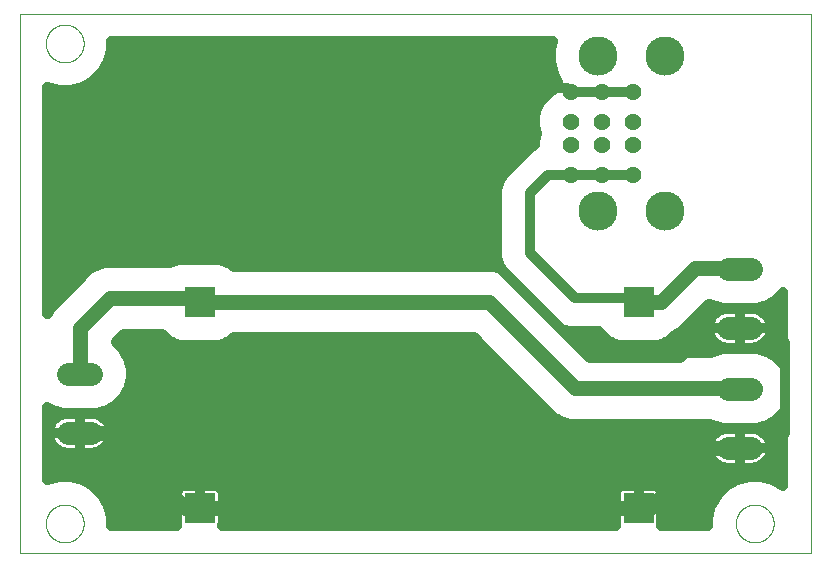
<source format=gbl>
G75*
%MOIN*%
%OFA0B0*%
%FSLAX25Y25*%
%IPPOS*%
%LPD*%
%AMOC8*
5,1,8,0,0,1.08239X$1,22.5*
%
%ADD10C,0.00000*%
%ADD11R,0.10000X0.10000*%
%ADD12C,0.07800*%
%ADD13C,0.13055*%
%ADD14C,0.05622*%
%ADD15C,0.05000*%
%ADD16C,0.03200*%
D10*
X0005833Y0002600D02*
X0005833Y0182561D01*
X0269534Y0182561D01*
X0269534Y0002600D01*
X0005833Y0002600D01*
X0014534Y0012600D02*
X0014536Y0012758D01*
X0014542Y0012916D01*
X0014552Y0013074D01*
X0014566Y0013232D01*
X0014584Y0013389D01*
X0014605Y0013546D01*
X0014631Y0013702D01*
X0014661Y0013858D01*
X0014694Y0014013D01*
X0014732Y0014166D01*
X0014773Y0014319D01*
X0014818Y0014471D01*
X0014867Y0014622D01*
X0014920Y0014771D01*
X0014976Y0014919D01*
X0015036Y0015065D01*
X0015100Y0015210D01*
X0015168Y0015353D01*
X0015239Y0015495D01*
X0015313Y0015635D01*
X0015391Y0015772D01*
X0015473Y0015908D01*
X0015557Y0016042D01*
X0015646Y0016173D01*
X0015737Y0016302D01*
X0015832Y0016429D01*
X0015929Y0016554D01*
X0016030Y0016676D01*
X0016134Y0016795D01*
X0016241Y0016912D01*
X0016351Y0017026D01*
X0016464Y0017137D01*
X0016579Y0017246D01*
X0016697Y0017351D01*
X0016818Y0017453D01*
X0016941Y0017553D01*
X0017067Y0017649D01*
X0017195Y0017742D01*
X0017325Y0017832D01*
X0017458Y0017918D01*
X0017593Y0018002D01*
X0017729Y0018081D01*
X0017868Y0018158D01*
X0018009Y0018230D01*
X0018151Y0018300D01*
X0018295Y0018365D01*
X0018441Y0018427D01*
X0018588Y0018485D01*
X0018737Y0018540D01*
X0018887Y0018591D01*
X0019038Y0018638D01*
X0019190Y0018681D01*
X0019343Y0018720D01*
X0019498Y0018756D01*
X0019653Y0018787D01*
X0019809Y0018815D01*
X0019965Y0018839D01*
X0020122Y0018859D01*
X0020280Y0018875D01*
X0020437Y0018887D01*
X0020596Y0018895D01*
X0020754Y0018899D01*
X0020912Y0018899D01*
X0021070Y0018895D01*
X0021229Y0018887D01*
X0021386Y0018875D01*
X0021544Y0018859D01*
X0021701Y0018839D01*
X0021857Y0018815D01*
X0022013Y0018787D01*
X0022168Y0018756D01*
X0022323Y0018720D01*
X0022476Y0018681D01*
X0022628Y0018638D01*
X0022779Y0018591D01*
X0022929Y0018540D01*
X0023078Y0018485D01*
X0023225Y0018427D01*
X0023371Y0018365D01*
X0023515Y0018300D01*
X0023657Y0018230D01*
X0023798Y0018158D01*
X0023937Y0018081D01*
X0024073Y0018002D01*
X0024208Y0017918D01*
X0024341Y0017832D01*
X0024471Y0017742D01*
X0024599Y0017649D01*
X0024725Y0017553D01*
X0024848Y0017453D01*
X0024969Y0017351D01*
X0025087Y0017246D01*
X0025202Y0017137D01*
X0025315Y0017026D01*
X0025425Y0016912D01*
X0025532Y0016795D01*
X0025636Y0016676D01*
X0025737Y0016554D01*
X0025834Y0016429D01*
X0025929Y0016302D01*
X0026020Y0016173D01*
X0026109Y0016042D01*
X0026193Y0015908D01*
X0026275Y0015772D01*
X0026353Y0015635D01*
X0026427Y0015495D01*
X0026498Y0015353D01*
X0026566Y0015210D01*
X0026630Y0015065D01*
X0026690Y0014919D01*
X0026746Y0014771D01*
X0026799Y0014622D01*
X0026848Y0014471D01*
X0026893Y0014319D01*
X0026934Y0014166D01*
X0026972Y0014013D01*
X0027005Y0013858D01*
X0027035Y0013702D01*
X0027061Y0013546D01*
X0027082Y0013389D01*
X0027100Y0013232D01*
X0027114Y0013074D01*
X0027124Y0012916D01*
X0027130Y0012758D01*
X0027132Y0012600D01*
X0027130Y0012442D01*
X0027124Y0012284D01*
X0027114Y0012126D01*
X0027100Y0011968D01*
X0027082Y0011811D01*
X0027061Y0011654D01*
X0027035Y0011498D01*
X0027005Y0011342D01*
X0026972Y0011187D01*
X0026934Y0011034D01*
X0026893Y0010881D01*
X0026848Y0010729D01*
X0026799Y0010578D01*
X0026746Y0010429D01*
X0026690Y0010281D01*
X0026630Y0010135D01*
X0026566Y0009990D01*
X0026498Y0009847D01*
X0026427Y0009705D01*
X0026353Y0009565D01*
X0026275Y0009428D01*
X0026193Y0009292D01*
X0026109Y0009158D01*
X0026020Y0009027D01*
X0025929Y0008898D01*
X0025834Y0008771D01*
X0025737Y0008646D01*
X0025636Y0008524D01*
X0025532Y0008405D01*
X0025425Y0008288D01*
X0025315Y0008174D01*
X0025202Y0008063D01*
X0025087Y0007954D01*
X0024969Y0007849D01*
X0024848Y0007747D01*
X0024725Y0007647D01*
X0024599Y0007551D01*
X0024471Y0007458D01*
X0024341Y0007368D01*
X0024208Y0007282D01*
X0024073Y0007198D01*
X0023937Y0007119D01*
X0023798Y0007042D01*
X0023657Y0006970D01*
X0023515Y0006900D01*
X0023371Y0006835D01*
X0023225Y0006773D01*
X0023078Y0006715D01*
X0022929Y0006660D01*
X0022779Y0006609D01*
X0022628Y0006562D01*
X0022476Y0006519D01*
X0022323Y0006480D01*
X0022168Y0006444D01*
X0022013Y0006413D01*
X0021857Y0006385D01*
X0021701Y0006361D01*
X0021544Y0006341D01*
X0021386Y0006325D01*
X0021229Y0006313D01*
X0021070Y0006305D01*
X0020912Y0006301D01*
X0020754Y0006301D01*
X0020596Y0006305D01*
X0020437Y0006313D01*
X0020280Y0006325D01*
X0020122Y0006341D01*
X0019965Y0006361D01*
X0019809Y0006385D01*
X0019653Y0006413D01*
X0019498Y0006444D01*
X0019343Y0006480D01*
X0019190Y0006519D01*
X0019038Y0006562D01*
X0018887Y0006609D01*
X0018737Y0006660D01*
X0018588Y0006715D01*
X0018441Y0006773D01*
X0018295Y0006835D01*
X0018151Y0006900D01*
X0018009Y0006970D01*
X0017868Y0007042D01*
X0017729Y0007119D01*
X0017593Y0007198D01*
X0017458Y0007282D01*
X0017325Y0007368D01*
X0017195Y0007458D01*
X0017067Y0007551D01*
X0016941Y0007647D01*
X0016818Y0007747D01*
X0016697Y0007849D01*
X0016579Y0007954D01*
X0016464Y0008063D01*
X0016351Y0008174D01*
X0016241Y0008288D01*
X0016134Y0008405D01*
X0016030Y0008524D01*
X0015929Y0008646D01*
X0015832Y0008771D01*
X0015737Y0008898D01*
X0015646Y0009027D01*
X0015557Y0009158D01*
X0015473Y0009292D01*
X0015391Y0009428D01*
X0015313Y0009565D01*
X0015239Y0009705D01*
X0015168Y0009847D01*
X0015100Y0009990D01*
X0015036Y0010135D01*
X0014976Y0010281D01*
X0014920Y0010429D01*
X0014867Y0010578D01*
X0014818Y0010729D01*
X0014773Y0010881D01*
X0014732Y0011034D01*
X0014694Y0011187D01*
X0014661Y0011342D01*
X0014631Y0011498D01*
X0014605Y0011654D01*
X0014584Y0011811D01*
X0014566Y0011968D01*
X0014552Y0012126D01*
X0014542Y0012284D01*
X0014536Y0012442D01*
X0014534Y0012600D01*
X0244534Y0012600D02*
X0244536Y0012758D01*
X0244542Y0012916D01*
X0244552Y0013074D01*
X0244566Y0013232D01*
X0244584Y0013389D01*
X0244605Y0013546D01*
X0244631Y0013702D01*
X0244661Y0013858D01*
X0244694Y0014013D01*
X0244732Y0014166D01*
X0244773Y0014319D01*
X0244818Y0014471D01*
X0244867Y0014622D01*
X0244920Y0014771D01*
X0244976Y0014919D01*
X0245036Y0015065D01*
X0245100Y0015210D01*
X0245168Y0015353D01*
X0245239Y0015495D01*
X0245313Y0015635D01*
X0245391Y0015772D01*
X0245473Y0015908D01*
X0245557Y0016042D01*
X0245646Y0016173D01*
X0245737Y0016302D01*
X0245832Y0016429D01*
X0245929Y0016554D01*
X0246030Y0016676D01*
X0246134Y0016795D01*
X0246241Y0016912D01*
X0246351Y0017026D01*
X0246464Y0017137D01*
X0246579Y0017246D01*
X0246697Y0017351D01*
X0246818Y0017453D01*
X0246941Y0017553D01*
X0247067Y0017649D01*
X0247195Y0017742D01*
X0247325Y0017832D01*
X0247458Y0017918D01*
X0247593Y0018002D01*
X0247729Y0018081D01*
X0247868Y0018158D01*
X0248009Y0018230D01*
X0248151Y0018300D01*
X0248295Y0018365D01*
X0248441Y0018427D01*
X0248588Y0018485D01*
X0248737Y0018540D01*
X0248887Y0018591D01*
X0249038Y0018638D01*
X0249190Y0018681D01*
X0249343Y0018720D01*
X0249498Y0018756D01*
X0249653Y0018787D01*
X0249809Y0018815D01*
X0249965Y0018839D01*
X0250122Y0018859D01*
X0250280Y0018875D01*
X0250437Y0018887D01*
X0250596Y0018895D01*
X0250754Y0018899D01*
X0250912Y0018899D01*
X0251070Y0018895D01*
X0251229Y0018887D01*
X0251386Y0018875D01*
X0251544Y0018859D01*
X0251701Y0018839D01*
X0251857Y0018815D01*
X0252013Y0018787D01*
X0252168Y0018756D01*
X0252323Y0018720D01*
X0252476Y0018681D01*
X0252628Y0018638D01*
X0252779Y0018591D01*
X0252929Y0018540D01*
X0253078Y0018485D01*
X0253225Y0018427D01*
X0253371Y0018365D01*
X0253515Y0018300D01*
X0253657Y0018230D01*
X0253798Y0018158D01*
X0253937Y0018081D01*
X0254073Y0018002D01*
X0254208Y0017918D01*
X0254341Y0017832D01*
X0254471Y0017742D01*
X0254599Y0017649D01*
X0254725Y0017553D01*
X0254848Y0017453D01*
X0254969Y0017351D01*
X0255087Y0017246D01*
X0255202Y0017137D01*
X0255315Y0017026D01*
X0255425Y0016912D01*
X0255532Y0016795D01*
X0255636Y0016676D01*
X0255737Y0016554D01*
X0255834Y0016429D01*
X0255929Y0016302D01*
X0256020Y0016173D01*
X0256109Y0016042D01*
X0256193Y0015908D01*
X0256275Y0015772D01*
X0256353Y0015635D01*
X0256427Y0015495D01*
X0256498Y0015353D01*
X0256566Y0015210D01*
X0256630Y0015065D01*
X0256690Y0014919D01*
X0256746Y0014771D01*
X0256799Y0014622D01*
X0256848Y0014471D01*
X0256893Y0014319D01*
X0256934Y0014166D01*
X0256972Y0014013D01*
X0257005Y0013858D01*
X0257035Y0013702D01*
X0257061Y0013546D01*
X0257082Y0013389D01*
X0257100Y0013232D01*
X0257114Y0013074D01*
X0257124Y0012916D01*
X0257130Y0012758D01*
X0257132Y0012600D01*
X0257130Y0012442D01*
X0257124Y0012284D01*
X0257114Y0012126D01*
X0257100Y0011968D01*
X0257082Y0011811D01*
X0257061Y0011654D01*
X0257035Y0011498D01*
X0257005Y0011342D01*
X0256972Y0011187D01*
X0256934Y0011034D01*
X0256893Y0010881D01*
X0256848Y0010729D01*
X0256799Y0010578D01*
X0256746Y0010429D01*
X0256690Y0010281D01*
X0256630Y0010135D01*
X0256566Y0009990D01*
X0256498Y0009847D01*
X0256427Y0009705D01*
X0256353Y0009565D01*
X0256275Y0009428D01*
X0256193Y0009292D01*
X0256109Y0009158D01*
X0256020Y0009027D01*
X0255929Y0008898D01*
X0255834Y0008771D01*
X0255737Y0008646D01*
X0255636Y0008524D01*
X0255532Y0008405D01*
X0255425Y0008288D01*
X0255315Y0008174D01*
X0255202Y0008063D01*
X0255087Y0007954D01*
X0254969Y0007849D01*
X0254848Y0007747D01*
X0254725Y0007647D01*
X0254599Y0007551D01*
X0254471Y0007458D01*
X0254341Y0007368D01*
X0254208Y0007282D01*
X0254073Y0007198D01*
X0253937Y0007119D01*
X0253798Y0007042D01*
X0253657Y0006970D01*
X0253515Y0006900D01*
X0253371Y0006835D01*
X0253225Y0006773D01*
X0253078Y0006715D01*
X0252929Y0006660D01*
X0252779Y0006609D01*
X0252628Y0006562D01*
X0252476Y0006519D01*
X0252323Y0006480D01*
X0252168Y0006444D01*
X0252013Y0006413D01*
X0251857Y0006385D01*
X0251701Y0006361D01*
X0251544Y0006341D01*
X0251386Y0006325D01*
X0251229Y0006313D01*
X0251070Y0006305D01*
X0250912Y0006301D01*
X0250754Y0006301D01*
X0250596Y0006305D01*
X0250437Y0006313D01*
X0250280Y0006325D01*
X0250122Y0006341D01*
X0249965Y0006361D01*
X0249809Y0006385D01*
X0249653Y0006413D01*
X0249498Y0006444D01*
X0249343Y0006480D01*
X0249190Y0006519D01*
X0249038Y0006562D01*
X0248887Y0006609D01*
X0248737Y0006660D01*
X0248588Y0006715D01*
X0248441Y0006773D01*
X0248295Y0006835D01*
X0248151Y0006900D01*
X0248009Y0006970D01*
X0247868Y0007042D01*
X0247729Y0007119D01*
X0247593Y0007198D01*
X0247458Y0007282D01*
X0247325Y0007368D01*
X0247195Y0007458D01*
X0247067Y0007551D01*
X0246941Y0007647D01*
X0246818Y0007747D01*
X0246697Y0007849D01*
X0246579Y0007954D01*
X0246464Y0008063D01*
X0246351Y0008174D01*
X0246241Y0008288D01*
X0246134Y0008405D01*
X0246030Y0008524D01*
X0245929Y0008646D01*
X0245832Y0008771D01*
X0245737Y0008898D01*
X0245646Y0009027D01*
X0245557Y0009158D01*
X0245473Y0009292D01*
X0245391Y0009428D01*
X0245313Y0009565D01*
X0245239Y0009705D01*
X0245168Y0009847D01*
X0245100Y0009990D01*
X0245036Y0010135D01*
X0244976Y0010281D01*
X0244920Y0010429D01*
X0244867Y0010578D01*
X0244818Y0010729D01*
X0244773Y0010881D01*
X0244732Y0011034D01*
X0244694Y0011187D01*
X0244661Y0011342D01*
X0244631Y0011498D01*
X0244605Y0011654D01*
X0244584Y0011811D01*
X0244566Y0011968D01*
X0244552Y0012126D01*
X0244542Y0012284D01*
X0244536Y0012442D01*
X0244534Y0012600D01*
X0014534Y0172600D02*
X0014536Y0172758D01*
X0014542Y0172916D01*
X0014552Y0173074D01*
X0014566Y0173232D01*
X0014584Y0173389D01*
X0014605Y0173546D01*
X0014631Y0173702D01*
X0014661Y0173858D01*
X0014694Y0174013D01*
X0014732Y0174166D01*
X0014773Y0174319D01*
X0014818Y0174471D01*
X0014867Y0174622D01*
X0014920Y0174771D01*
X0014976Y0174919D01*
X0015036Y0175065D01*
X0015100Y0175210D01*
X0015168Y0175353D01*
X0015239Y0175495D01*
X0015313Y0175635D01*
X0015391Y0175772D01*
X0015473Y0175908D01*
X0015557Y0176042D01*
X0015646Y0176173D01*
X0015737Y0176302D01*
X0015832Y0176429D01*
X0015929Y0176554D01*
X0016030Y0176676D01*
X0016134Y0176795D01*
X0016241Y0176912D01*
X0016351Y0177026D01*
X0016464Y0177137D01*
X0016579Y0177246D01*
X0016697Y0177351D01*
X0016818Y0177453D01*
X0016941Y0177553D01*
X0017067Y0177649D01*
X0017195Y0177742D01*
X0017325Y0177832D01*
X0017458Y0177918D01*
X0017593Y0178002D01*
X0017729Y0178081D01*
X0017868Y0178158D01*
X0018009Y0178230D01*
X0018151Y0178300D01*
X0018295Y0178365D01*
X0018441Y0178427D01*
X0018588Y0178485D01*
X0018737Y0178540D01*
X0018887Y0178591D01*
X0019038Y0178638D01*
X0019190Y0178681D01*
X0019343Y0178720D01*
X0019498Y0178756D01*
X0019653Y0178787D01*
X0019809Y0178815D01*
X0019965Y0178839D01*
X0020122Y0178859D01*
X0020280Y0178875D01*
X0020437Y0178887D01*
X0020596Y0178895D01*
X0020754Y0178899D01*
X0020912Y0178899D01*
X0021070Y0178895D01*
X0021229Y0178887D01*
X0021386Y0178875D01*
X0021544Y0178859D01*
X0021701Y0178839D01*
X0021857Y0178815D01*
X0022013Y0178787D01*
X0022168Y0178756D01*
X0022323Y0178720D01*
X0022476Y0178681D01*
X0022628Y0178638D01*
X0022779Y0178591D01*
X0022929Y0178540D01*
X0023078Y0178485D01*
X0023225Y0178427D01*
X0023371Y0178365D01*
X0023515Y0178300D01*
X0023657Y0178230D01*
X0023798Y0178158D01*
X0023937Y0178081D01*
X0024073Y0178002D01*
X0024208Y0177918D01*
X0024341Y0177832D01*
X0024471Y0177742D01*
X0024599Y0177649D01*
X0024725Y0177553D01*
X0024848Y0177453D01*
X0024969Y0177351D01*
X0025087Y0177246D01*
X0025202Y0177137D01*
X0025315Y0177026D01*
X0025425Y0176912D01*
X0025532Y0176795D01*
X0025636Y0176676D01*
X0025737Y0176554D01*
X0025834Y0176429D01*
X0025929Y0176302D01*
X0026020Y0176173D01*
X0026109Y0176042D01*
X0026193Y0175908D01*
X0026275Y0175772D01*
X0026353Y0175635D01*
X0026427Y0175495D01*
X0026498Y0175353D01*
X0026566Y0175210D01*
X0026630Y0175065D01*
X0026690Y0174919D01*
X0026746Y0174771D01*
X0026799Y0174622D01*
X0026848Y0174471D01*
X0026893Y0174319D01*
X0026934Y0174166D01*
X0026972Y0174013D01*
X0027005Y0173858D01*
X0027035Y0173702D01*
X0027061Y0173546D01*
X0027082Y0173389D01*
X0027100Y0173232D01*
X0027114Y0173074D01*
X0027124Y0172916D01*
X0027130Y0172758D01*
X0027132Y0172600D01*
X0027130Y0172442D01*
X0027124Y0172284D01*
X0027114Y0172126D01*
X0027100Y0171968D01*
X0027082Y0171811D01*
X0027061Y0171654D01*
X0027035Y0171498D01*
X0027005Y0171342D01*
X0026972Y0171187D01*
X0026934Y0171034D01*
X0026893Y0170881D01*
X0026848Y0170729D01*
X0026799Y0170578D01*
X0026746Y0170429D01*
X0026690Y0170281D01*
X0026630Y0170135D01*
X0026566Y0169990D01*
X0026498Y0169847D01*
X0026427Y0169705D01*
X0026353Y0169565D01*
X0026275Y0169428D01*
X0026193Y0169292D01*
X0026109Y0169158D01*
X0026020Y0169027D01*
X0025929Y0168898D01*
X0025834Y0168771D01*
X0025737Y0168646D01*
X0025636Y0168524D01*
X0025532Y0168405D01*
X0025425Y0168288D01*
X0025315Y0168174D01*
X0025202Y0168063D01*
X0025087Y0167954D01*
X0024969Y0167849D01*
X0024848Y0167747D01*
X0024725Y0167647D01*
X0024599Y0167551D01*
X0024471Y0167458D01*
X0024341Y0167368D01*
X0024208Y0167282D01*
X0024073Y0167198D01*
X0023937Y0167119D01*
X0023798Y0167042D01*
X0023657Y0166970D01*
X0023515Y0166900D01*
X0023371Y0166835D01*
X0023225Y0166773D01*
X0023078Y0166715D01*
X0022929Y0166660D01*
X0022779Y0166609D01*
X0022628Y0166562D01*
X0022476Y0166519D01*
X0022323Y0166480D01*
X0022168Y0166444D01*
X0022013Y0166413D01*
X0021857Y0166385D01*
X0021701Y0166361D01*
X0021544Y0166341D01*
X0021386Y0166325D01*
X0021229Y0166313D01*
X0021070Y0166305D01*
X0020912Y0166301D01*
X0020754Y0166301D01*
X0020596Y0166305D01*
X0020437Y0166313D01*
X0020280Y0166325D01*
X0020122Y0166341D01*
X0019965Y0166361D01*
X0019809Y0166385D01*
X0019653Y0166413D01*
X0019498Y0166444D01*
X0019343Y0166480D01*
X0019190Y0166519D01*
X0019038Y0166562D01*
X0018887Y0166609D01*
X0018737Y0166660D01*
X0018588Y0166715D01*
X0018441Y0166773D01*
X0018295Y0166835D01*
X0018151Y0166900D01*
X0018009Y0166970D01*
X0017868Y0167042D01*
X0017729Y0167119D01*
X0017593Y0167198D01*
X0017458Y0167282D01*
X0017325Y0167368D01*
X0017195Y0167458D01*
X0017067Y0167551D01*
X0016941Y0167647D01*
X0016818Y0167747D01*
X0016697Y0167849D01*
X0016579Y0167954D01*
X0016464Y0168063D01*
X0016351Y0168174D01*
X0016241Y0168288D01*
X0016134Y0168405D01*
X0016030Y0168524D01*
X0015929Y0168646D01*
X0015832Y0168771D01*
X0015737Y0168898D01*
X0015646Y0169027D01*
X0015557Y0169158D01*
X0015473Y0169292D01*
X0015391Y0169428D01*
X0015313Y0169565D01*
X0015239Y0169705D01*
X0015168Y0169847D01*
X0015100Y0169990D01*
X0015036Y0170135D01*
X0014976Y0170281D01*
X0014920Y0170429D01*
X0014867Y0170578D01*
X0014818Y0170729D01*
X0014773Y0170881D01*
X0014732Y0171034D01*
X0014694Y0171187D01*
X0014661Y0171342D01*
X0014631Y0171498D01*
X0014605Y0171654D01*
X0014584Y0171811D01*
X0014566Y0171968D01*
X0014552Y0172126D01*
X0014542Y0172284D01*
X0014536Y0172442D01*
X0014534Y0172600D01*
D11*
X0065833Y0086350D03*
X0065833Y0017600D03*
X0212083Y0017600D03*
X0212083Y0086350D03*
D12*
X0241933Y0077700D02*
X0249733Y0077700D01*
X0249733Y0057500D02*
X0241933Y0057500D01*
X0241933Y0037700D02*
X0249733Y0037700D01*
X0249733Y0097500D02*
X0241933Y0097500D01*
X0029733Y0062500D02*
X0021933Y0062500D01*
X0021933Y0042700D02*
X0029733Y0042700D01*
D13*
X0198471Y0116734D03*
X0220833Y0116734D03*
X0220833Y0168466D03*
X0198471Y0168466D03*
D14*
X0199849Y0156380D03*
X0210164Y0156380D03*
X0210164Y0146537D03*
X0199849Y0146537D03*
X0189534Y0146537D03*
X0189534Y0138663D03*
X0199849Y0138663D03*
X0210164Y0138663D03*
X0210164Y0128820D03*
X0199849Y0128820D03*
X0189534Y0128820D03*
X0189534Y0156380D03*
D15*
X0230833Y0097600D02*
X0250733Y0097600D01*
X0245833Y0097500D01*
X0230833Y0097600D02*
X0219583Y0086350D01*
X0212083Y0086350D01*
X0190833Y0057600D02*
X0162083Y0086350D01*
X0065833Y0086350D01*
X0064583Y0087600D01*
X0035833Y0087600D01*
X0025833Y0077600D01*
X0025833Y0062500D01*
X0025833Y0042700D02*
X0035933Y0042700D01*
X0035733Y0042700D02*
X0060833Y0017600D01*
X0065833Y0017600D01*
X0212083Y0017600D01*
X0215833Y0017600D01*
X0235833Y0037600D01*
X0250733Y0037600D01*
X0245833Y0037700D01*
X0245833Y0057500D02*
X0250833Y0057600D01*
X0190833Y0057600D01*
X0035733Y0042700D02*
X0025833Y0042700D01*
D16*
X0025833Y0042700D01*
X0015433Y0042700D01*
X0015433Y0042274D01*
X0015545Y0041429D01*
X0015765Y0040606D01*
X0016091Y0039819D01*
X0016517Y0039081D01*
X0017036Y0038405D01*
X0017638Y0037803D01*
X0018314Y0037284D01*
X0019052Y0036858D01*
X0019839Y0036532D01*
X0020663Y0036311D01*
X0021507Y0036200D01*
X0025833Y0036200D01*
X0025833Y0042700D01*
X0015433Y0042700D01*
X0015433Y0043126D01*
X0015545Y0043971D01*
X0015765Y0044794D01*
X0016091Y0045581D01*
X0016517Y0046319D01*
X0017036Y0046995D01*
X0017638Y0047597D01*
X0018314Y0048116D01*
X0019052Y0048542D01*
X0019839Y0048868D01*
X0020663Y0049089D01*
X0021507Y0049200D01*
X0025833Y0049200D01*
X0025833Y0042700D01*
X0025833Y0042700D01*
X0025833Y0042700D01*
X0025833Y0036200D01*
X0030159Y0036200D01*
X0031004Y0036311D01*
X0031827Y0036532D01*
X0032614Y0036858D01*
X0033352Y0037284D01*
X0034028Y0037803D01*
X0034631Y0038405D01*
X0035149Y0039081D01*
X0035576Y0039819D01*
X0035902Y0040606D01*
X0036122Y0041429D01*
X0036233Y0042274D01*
X0036233Y0042700D01*
X0025833Y0042700D01*
X0025833Y0049200D01*
X0030159Y0049200D01*
X0031004Y0049089D01*
X0031827Y0048868D01*
X0032614Y0048542D01*
X0033352Y0048116D01*
X0034028Y0047597D01*
X0034631Y0046995D01*
X0035149Y0046319D01*
X0035576Y0045581D01*
X0035902Y0044794D01*
X0036122Y0043971D01*
X0036233Y0043126D01*
X0036233Y0042700D01*
X0025833Y0042700D01*
X0025833Y0042700D01*
X0025833Y0044181D02*
X0025833Y0044181D01*
X0025833Y0040982D02*
X0025833Y0040982D01*
X0025833Y0037784D02*
X0025833Y0037784D01*
X0017663Y0037784D02*
X0015033Y0037784D01*
X0015033Y0040982D02*
X0015664Y0040982D01*
X0015601Y0044181D02*
X0015033Y0044181D01*
X0015033Y0047379D02*
X0017420Y0047379D01*
X0016877Y0050293D02*
X0020209Y0049400D01*
X0031458Y0049400D01*
X0034790Y0050293D01*
X0037777Y0052017D01*
X0040216Y0054456D01*
X0041941Y0057444D01*
X0042833Y0060775D01*
X0042833Y0064225D01*
X0041941Y0067556D01*
X0040216Y0070544D01*
X0037777Y0072983D01*
X0037768Y0072988D01*
X0040680Y0075900D01*
X0053273Y0075900D01*
X0055622Y0073551D01*
X0059003Y0072150D01*
X0072663Y0072150D01*
X0076045Y0073551D01*
X0077144Y0074650D01*
X0157237Y0074650D01*
X0183649Y0048238D01*
X0186317Y0046697D01*
X0189293Y0045900D01*
X0192374Y0045900D01*
X0235825Y0045900D01*
X0236877Y0045293D01*
X0240209Y0044400D01*
X0251458Y0044400D01*
X0254790Y0045293D01*
X0257777Y0047017D01*
X0260216Y0049456D01*
X0260334Y0049661D01*
X0260334Y0025012D01*
X0256816Y0027043D01*
X0252874Y0028099D01*
X0248793Y0028099D01*
X0244851Y0027043D01*
X0241317Y0025002D01*
X0238431Y0022117D01*
X0236390Y0018582D01*
X0235334Y0014641D01*
X0235334Y0011800D01*
X0219566Y0011800D01*
X0219583Y0011842D01*
X0219683Y0012344D01*
X0219683Y0017600D01*
X0212083Y0017600D01*
X0212083Y0017600D01*
X0204483Y0017600D01*
X0204483Y0012344D01*
X0204583Y0011842D01*
X0204600Y0011800D01*
X0073316Y0011800D01*
X0073333Y0011842D01*
X0073433Y0012344D01*
X0073433Y0017600D01*
X0065833Y0017600D01*
X0065833Y0017600D01*
X0058233Y0017600D01*
X0058233Y0012344D01*
X0058333Y0011842D01*
X0058350Y0011800D01*
X0036333Y0011800D01*
X0036333Y0014641D01*
X0035276Y0018582D01*
X0033236Y0022117D01*
X0030350Y0025002D01*
X0026816Y0027043D01*
X0022874Y0028099D01*
X0018793Y0028099D01*
X0015033Y0027092D01*
X0015033Y0051357D01*
X0016877Y0050293D01*
X0016383Y0050578D02*
X0015033Y0050578D01*
X0025833Y0047379D02*
X0025833Y0047379D01*
X0034247Y0047379D02*
X0185136Y0047379D01*
X0181309Y0050578D02*
X0035283Y0050578D01*
X0039536Y0053776D02*
X0178111Y0053776D01*
X0174912Y0056975D02*
X0041670Y0056975D01*
X0042672Y0060173D02*
X0171714Y0060173D01*
X0168515Y0063372D02*
X0042833Y0063372D01*
X0042205Y0066570D02*
X0165317Y0066570D01*
X0162118Y0069769D02*
X0040663Y0069769D01*
X0037792Y0072967D02*
X0057030Y0072967D01*
X0074636Y0072967D02*
X0158920Y0072967D01*
X0187729Y0077251D02*
X0189411Y0076800D01*
X0199010Y0076800D01*
X0199284Y0076139D01*
X0201872Y0073551D01*
X0205253Y0072150D01*
X0218913Y0072150D01*
X0222295Y0073551D01*
X0224317Y0075573D01*
X0226767Y0076988D01*
X0235680Y0085900D01*
X0235825Y0085900D01*
X0236877Y0085293D01*
X0240209Y0084400D01*
X0251458Y0084400D01*
X0254790Y0085293D01*
X0257777Y0087017D01*
X0260216Y0089456D01*
X0260334Y0089661D01*
X0260334Y0065339D01*
X0260216Y0065544D01*
X0257777Y0067983D01*
X0254790Y0069707D01*
X0251458Y0070600D01*
X0240209Y0070600D01*
X0236877Y0069707D01*
X0236172Y0069300D01*
X0195680Y0069300D01*
X0187729Y0077251D01*
X0188814Y0076166D02*
X0199273Y0076166D01*
X0203280Y0072967D02*
X0192012Y0072967D01*
X0195211Y0069769D02*
X0237106Y0069769D01*
X0238314Y0072284D02*
X0239052Y0071858D01*
X0239839Y0071532D01*
X0240663Y0071311D01*
X0241507Y0071200D01*
X0245833Y0071200D01*
X0245833Y0077700D01*
X0245833Y0077700D01*
X0235433Y0077700D01*
X0235433Y0077274D01*
X0235545Y0076429D01*
X0235765Y0075606D01*
X0236091Y0074819D01*
X0236517Y0074081D01*
X0237036Y0073405D01*
X0237638Y0072803D01*
X0238314Y0072284D01*
X0237474Y0072967D02*
X0220886Y0072967D01*
X0225344Y0076166D02*
X0235615Y0076166D01*
X0235433Y0077700D02*
X0245833Y0077700D01*
X0245833Y0084200D01*
X0241507Y0084200D01*
X0240663Y0084089D01*
X0239839Y0083868D01*
X0239052Y0083542D01*
X0238314Y0083116D01*
X0237638Y0082597D01*
X0237036Y0081995D01*
X0236517Y0081319D01*
X0236091Y0080581D01*
X0235765Y0079794D01*
X0235545Y0078971D01*
X0235433Y0078126D01*
X0235433Y0077700D01*
X0235933Y0077700D02*
X0225833Y0067600D01*
X0195833Y0067600D01*
X0160833Y0102600D01*
X0160833Y0137600D01*
X0180833Y0157600D01*
X0188314Y0157600D01*
X0189534Y0156380D01*
X0199849Y0156380D01*
X0210164Y0156380D01*
X0185321Y0159787D02*
X0184906Y0159216D01*
X0184520Y0158457D01*
X0184256Y0157647D01*
X0184206Y0157330D01*
X0182159Y0156148D01*
X0179923Y0153912D01*
X0178342Y0151173D01*
X0177523Y0148118D01*
X0177523Y0144956D01*
X0178154Y0142600D01*
X0177523Y0140244D01*
X0177523Y0138675D01*
X0175422Y0137463D01*
X0169202Y0131242D01*
X0167191Y0129231D01*
X0165769Y0126769D01*
X0165033Y0124022D01*
X0165033Y0101178D01*
X0165769Y0098431D01*
X0166423Y0097300D01*
X0163624Y0098050D01*
X0077144Y0098050D01*
X0076045Y0099149D01*
X0072663Y0100550D01*
X0059003Y0100550D01*
X0055986Y0099300D01*
X0034293Y0099300D01*
X0031317Y0098503D01*
X0028649Y0096962D01*
X0026471Y0094784D01*
X0016471Y0084784D01*
X0015033Y0082294D01*
X0015033Y0158108D01*
X0018793Y0157101D01*
X0022874Y0157101D01*
X0026816Y0158157D01*
X0030350Y0160198D01*
X0033236Y0163083D01*
X0035276Y0166618D01*
X0036333Y0170559D01*
X0036333Y0173361D01*
X0183500Y0173361D01*
X0182744Y0170537D01*
X0182744Y0166396D01*
X0183815Y0162396D01*
X0185321Y0159787D01*
X0184987Y0159327D02*
X0028842Y0159327D01*
X0032678Y0162526D02*
X0183781Y0162526D01*
X0182923Y0165724D02*
X0034760Y0165724D01*
X0035894Y0168923D02*
X0182744Y0168923D01*
X0183168Y0172121D02*
X0036333Y0172121D01*
X0015033Y0156129D02*
X0182140Y0156129D01*
X0179356Y0152930D02*
X0015033Y0152930D01*
X0015033Y0149732D02*
X0177955Y0149732D01*
X0177523Y0146533D02*
X0015033Y0146533D01*
X0015033Y0143334D02*
X0177957Y0143334D01*
X0177523Y0140136D02*
X0015033Y0140136D01*
X0015033Y0136937D02*
X0174897Y0136937D01*
X0171699Y0133739D02*
X0015033Y0133739D01*
X0015033Y0130540D02*
X0168500Y0130540D01*
X0166100Y0127342D02*
X0015033Y0127342D01*
X0015033Y0124143D02*
X0165066Y0124143D01*
X0165033Y0120945D02*
X0015033Y0120945D01*
X0015033Y0117746D02*
X0165033Y0117746D01*
X0165033Y0114548D02*
X0015033Y0114548D01*
X0015033Y0111349D02*
X0165033Y0111349D01*
X0165033Y0108151D02*
X0015033Y0108151D01*
X0015033Y0104952D02*
X0165033Y0104952D01*
X0165033Y0101754D02*
X0015033Y0101754D01*
X0015033Y0098555D02*
X0031514Y0098555D01*
X0027044Y0095357D02*
X0015033Y0095357D01*
X0015033Y0092158D02*
X0023845Y0092158D01*
X0020647Y0088960D02*
X0015033Y0088960D01*
X0015033Y0085761D02*
X0017448Y0085761D01*
X0015189Y0082563D02*
X0015033Y0082563D01*
X0036066Y0044181D02*
X0241360Y0044181D01*
X0241507Y0044200D02*
X0240663Y0044089D01*
X0239839Y0043868D01*
X0239052Y0043542D01*
X0238314Y0043116D01*
X0237638Y0042597D01*
X0237036Y0041995D01*
X0236517Y0041319D01*
X0236091Y0040581D01*
X0235765Y0039794D01*
X0235545Y0038971D01*
X0235433Y0038126D01*
X0235433Y0037700D01*
X0235433Y0037274D01*
X0235545Y0036429D01*
X0235765Y0035606D01*
X0236091Y0034819D01*
X0236517Y0034081D01*
X0237036Y0033405D01*
X0237638Y0032803D01*
X0238314Y0032284D01*
X0239052Y0031858D01*
X0239839Y0031532D01*
X0240663Y0031311D01*
X0241507Y0031200D01*
X0245833Y0031200D01*
X0245833Y0037700D01*
X0245833Y0037700D01*
X0235433Y0037700D01*
X0245833Y0037700D01*
X0245833Y0044200D01*
X0241507Y0044200D01*
X0245833Y0044181D02*
X0245833Y0044181D01*
X0245833Y0044200D02*
X0245833Y0037700D01*
X0245833Y0037700D01*
X0245833Y0037700D01*
X0255933Y0037700D01*
X0260833Y0042600D01*
X0260833Y0072600D01*
X0255833Y0077600D01*
X0250933Y0077600D01*
X0245833Y0077700D01*
X0245833Y0077700D01*
X0245833Y0077700D01*
X0235933Y0077700D01*
X0235650Y0079364D02*
X0229144Y0079364D01*
X0232342Y0082563D02*
X0237604Y0082563D01*
X0236065Y0085761D02*
X0235541Y0085761D01*
X0245833Y0084200D02*
X0245833Y0077700D01*
X0245833Y0071200D01*
X0250159Y0071200D01*
X0251004Y0071311D01*
X0251827Y0071532D01*
X0252614Y0071858D01*
X0253352Y0072284D01*
X0254028Y0072803D01*
X0254631Y0073405D01*
X0255149Y0074081D01*
X0255576Y0074819D01*
X0255902Y0075606D01*
X0256122Y0076429D01*
X0256233Y0077274D01*
X0256233Y0077700D01*
X0256233Y0078126D01*
X0256122Y0078971D01*
X0255902Y0079794D01*
X0255576Y0080581D01*
X0255149Y0081319D01*
X0254631Y0081995D01*
X0254028Y0082597D01*
X0253352Y0083116D01*
X0252614Y0083542D01*
X0251827Y0083868D01*
X0251004Y0084089D01*
X0250159Y0084200D01*
X0245833Y0084200D01*
X0245833Y0082563D02*
X0245833Y0082563D01*
X0245833Y0079364D02*
X0245833Y0079364D01*
X0245833Y0077700D02*
X0256233Y0077700D01*
X0245833Y0077700D01*
X0245833Y0077700D01*
X0245833Y0076166D02*
X0245833Y0076166D01*
X0245833Y0072967D02*
X0245833Y0072967D01*
X0254193Y0072967D02*
X0260334Y0072967D01*
X0260334Y0069769D02*
X0254560Y0069769D01*
X0259189Y0066570D02*
X0260334Y0066570D01*
X0260334Y0076166D02*
X0256052Y0076166D01*
X0256017Y0079364D02*
X0260334Y0079364D01*
X0260334Y0082563D02*
X0254063Y0082563D01*
X0255601Y0085761D02*
X0260334Y0085761D01*
X0260334Y0088960D02*
X0259719Y0088960D01*
X0212083Y0086350D02*
X0210833Y0087600D01*
X0190833Y0087600D01*
X0175833Y0102600D01*
X0175833Y0122600D01*
X0182054Y0128820D01*
X0199849Y0128820D01*
X0189534Y0128820D01*
X0199849Y0128820D02*
X0210164Y0128820D01*
X0165736Y0098555D02*
X0076639Y0098555D01*
X0036002Y0040982D02*
X0236323Y0040982D01*
X0235433Y0037784D02*
X0034004Y0037784D01*
X0030363Y0024990D02*
X0059808Y0024990D01*
X0059602Y0024904D02*
X0059176Y0024620D01*
X0058814Y0024257D01*
X0058529Y0023832D01*
X0058333Y0023358D01*
X0058233Y0022856D01*
X0058233Y0017600D01*
X0065833Y0017600D01*
X0065833Y0025200D01*
X0060577Y0025200D01*
X0060075Y0025100D01*
X0059602Y0024904D01*
X0058233Y0021791D02*
X0033424Y0021791D01*
X0035270Y0018593D02*
X0058233Y0018593D01*
X0058233Y0015394D02*
X0036131Y0015394D01*
X0036333Y0012196D02*
X0058263Y0012196D01*
X0065833Y0017600D02*
X0065833Y0017600D01*
X0065833Y0025200D01*
X0071089Y0025200D01*
X0071592Y0025100D01*
X0072065Y0024904D01*
X0072491Y0024620D01*
X0072853Y0024257D01*
X0073137Y0023832D01*
X0073333Y0023358D01*
X0073433Y0022856D01*
X0073433Y0017600D01*
X0065833Y0017600D01*
X0065833Y0017600D01*
X0065833Y0018593D02*
X0065833Y0018593D01*
X0065833Y0021791D02*
X0065833Y0021791D01*
X0065833Y0024990D02*
X0065833Y0024990D01*
X0071858Y0024990D02*
X0206058Y0024990D01*
X0205852Y0024904D02*
X0205426Y0024620D01*
X0205064Y0024257D01*
X0204779Y0023832D01*
X0204583Y0023358D01*
X0204483Y0022856D01*
X0204483Y0017600D01*
X0212083Y0017600D01*
X0212083Y0025200D01*
X0206827Y0025200D01*
X0206325Y0025100D01*
X0205852Y0024904D01*
X0204483Y0021791D02*
X0073433Y0021791D01*
X0073433Y0018593D02*
X0204483Y0018593D01*
X0204483Y0015394D02*
X0073433Y0015394D01*
X0073404Y0012196D02*
X0204513Y0012196D01*
X0212083Y0017600D02*
X0212083Y0017600D01*
X0212083Y0025200D01*
X0217339Y0025200D01*
X0217842Y0025100D01*
X0218315Y0024904D01*
X0218741Y0024620D01*
X0219103Y0024257D01*
X0219387Y0023832D01*
X0219583Y0023358D01*
X0219683Y0022856D01*
X0219683Y0017600D01*
X0212083Y0017600D01*
X0212083Y0017600D01*
X0212083Y0018593D02*
X0212083Y0018593D01*
X0212083Y0021791D02*
X0212083Y0021791D01*
X0212083Y0024990D02*
X0212083Y0024990D01*
X0218108Y0024990D02*
X0241304Y0024990D01*
X0238243Y0021791D02*
X0219683Y0021791D01*
X0219683Y0018593D02*
X0236396Y0018593D01*
X0235536Y0015394D02*
X0219683Y0015394D01*
X0219654Y0012196D02*
X0235334Y0012196D01*
X0260334Y0028188D02*
X0015033Y0028188D01*
X0015033Y0031387D02*
X0240381Y0031387D01*
X0236226Y0034585D02*
X0015033Y0034585D01*
X0245833Y0034585D02*
X0245833Y0034585D01*
X0245833Y0037700D02*
X0245833Y0031200D01*
X0250159Y0031200D01*
X0251004Y0031311D01*
X0251827Y0031532D01*
X0252614Y0031858D01*
X0253352Y0032284D01*
X0254028Y0032803D01*
X0254631Y0033405D01*
X0255149Y0034081D01*
X0255576Y0034819D01*
X0255902Y0035606D01*
X0256122Y0036429D01*
X0256233Y0037274D01*
X0256233Y0037700D01*
X0256233Y0038126D01*
X0256122Y0038971D01*
X0255902Y0039794D01*
X0255576Y0040581D01*
X0255149Y0041319D01*
X0254631Y0041995D01*
X0254028Y0042597D01*
X0253352Y0043116D01*
X0252614Y0043542D01*
X0251827Y0043868D01*
X0251004Y0044089D01*
X0250159Y0044200D01*
X0245833Y0044200D01*
X0245833Y0040982D02*
X0245833Y0040982D01*
X0245833Y0037784D02*
X0245833Y0037784D01*
X0245833Y0037700D02*
X0256233Y0037700D01*
X0245833Y0037700D01*
X0245833Y0037700D01*
X0250306Y0044181D02*
X0260334Y0044181D01*
X0260334Y0040982D02*
X0255344Y0040982D01*
X0256233Y0037784D02*
X0260334Y0037784D01*
X0260334Y0034585D02*
X0255440Y0034585D01*
X0251285Y0031387D02*
X0260334Y0031387D01*
X0245833Y0031387D02*
X0245833Y0031387D01*
X0258139Y0047379D02*
X0260334Y0047379D01*
M02*

</source>
